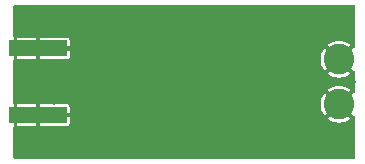
<source format=gbl>
%TF.GenerationSoftware,KiCad,Pcbnew,7.0.1*%
%TF.CreationDate,2023-07-17T06:27:02-07:00*%
%TF.ProjectId,Antenna_Impedance_Match,416e7465-6e6e-4615-9f49-6d706564616e,rev?*%
%TF.SameCoordinates,Original*%
%TF.FileFunction,Copper,L2,Bot*%
%TF.FilePolarity,Positive*%
%FSLAX46Y46*%
G04 Gerber Fmt 4.6, Leading zero omitted, Abs format (unit mm)*
G04 Created by KiCad (PCBNEW 7.0.1) date 2023-07-17 06:27:02*
%MOMM*%
%LPD*%
G01*
G04 APERTURE LIST*
%TA.AperFunction,SMDPad,CuDef*%
%ADD10R,4.900000X1.350000*%
%TD*%
%TA.AperFunction,ComponentPad*%
%ADD11C,2.600000*%
%TD*%
%TA.AperFunction,ViaPad*%
%ADD12C,0.800000*%
%TD*%
%TA.AperFunction,Conductor*%
%ADD13C,0.250000*%
%TD*%
G04 APERTURE END LIST*
D10*
%TO.P,J1,2,Ext*%
%TO.N,GND*%
X127592500Y-77175000D03*
X127592500Y-82825000D03*
%TD*%
D11*
%TO.P,TP2,1,1*%
%TO.N,GND*%
X153100000Y-81905000D03*
X153100000Y-78095000D03*
%TD*%
D12*
%TO.N,GND*%
X149400000Y-78300000D03*
X125950000Y-75800000D03*
X127600000Y-81550000D03*
X147900000Y-78300000D03*
X137900000Y-77400000D03*
X139600000Y-82600000D03*
X150500000Y-81000000D03*
X144900000Y-78700000D03*
X130366666Y-81550000D03*
X134700000Y-77600000D03*
X130625000Y-78450000D03*
X127600000Y-75850000D03*
X143100000Y-81900000D03*
X146400000Y-78500000D03*
X143400000Y-78700000D03*
X127600000Y-84150000D03*
X145900000Y-81900000D03*
X130700000Y-77150000D03*
X136200000Y-77000000D03*
X134700000Y-81900000D03*
X141400000Y-83000000D03*
X137900000Y-82600000D03*
X133650000Y-78450000D03*
X139600000Y-77400000D03*
X141200000Y-77000000D03*
X126050000Y-84200000D03*
X149200000Y-81600000D03*
X151600000Y-76600000D03*
X131750000Y-81550000D03*
X133300000Y-83000000D03*
X151800000Y-80000000D03*
X130700000Y-82800000D03*
X127600000Y-78450000D03*
X129112500Y-78450000D03*
X147500000Y-81600000D03*
X151600000Y-83400000D03*
X150600000Y-79200000D03*
X154100000Y-80000000D03*
X132137500Y-78450000D03*
X128983333Y-81550000D03*
X142700000Y-77400000D03*
X144500000Y-83000000D03*
X136300000Y-83000000D03*
%TD*%
D13*
%TO.N,GND*%
X125650000Y-81600000D02*
X125650000Y-82500000D01*
X125650000Y-77600000D02*
X125650000Y-78500000D01*
X125650000Y-75900000D02*
X125650000Y-76800000D01*
X125650000Y-83150000D02*
X125650000Y-84050000D01*
%TD*%
%TA.AperFunction,Conductor*%
%TO.N,GND*%
G36*
X154438000Y-73516613D02*
G01*
X154483387Y-73562000D01*
X154500000Y-73624000D01*
X154500000Y-77011429D01*
X154485587Y-77069452D01*
X154445700Y-77113986D01*
X154389609Y-77134680D01*
X154362143Y-77130991D01*
X154313408Y-77129076D01*
X153347487Y-78095000D01*
X153347487Y-78095001D01*
X154313408Y-79060922D01*
X154362131Y-79059008D01*
X154389611Y-79055318D01*
X154445700Y-79076012D01*
X154485588Y-79120547D01*
X154500000Y-79178569D01*
X154500000Y-80821429D01*
X154485587Y-80879452D01*
X154445700Y-80923986D01*
X154389609Y-80944680D01*
X154362143Y-80940991D01*
X154313408Y-80939076D01*
X153347487Y-81905000D01*
X153347487Y-81905001D01*
X154313408Y-82870922D01*
X154362131Y-82869008D01*
X154389611Y-82865318D01*
X154445700Y-82886012D01*
X154485588Y-82930547D01*
X154500000Y-82988569D01*
X154500000Y-86376000D01*
X154483387Y-86438000D01*
X154438000Y-86483387D01*
X154376000Y-86500000D01*
X125624000Y-86500000D01*
X125562000Y-86483387D01*
X125516613Y-86438000D01*
X125500000Y-86376000D01*
X125500000Y-83874000D01*
X125516613Y-83812000D01*
X125562000Y-83766613D01*
X125624000Y-83750000D01*
X127417500Y-83750000D01*
X127417500Y-83000000D01*
X127767500Y-83000000D01*
X127767500Y-83750000D01*
X130067125Y-83750000D01*
X130140043Y-83735495D01*
X130222739Y-83680239D01*
X130277995Y-83597543D01*
X130292500Y-83524625D01*
X130292500Y-83118408D01*
X152134076Y-83118408D01*
X152186117Y-83162854D01*
X152394137Y-83290329D01*
X152619542Y-83383696D01*
X152856775Y-83440650D01*
X153099999Y-83459792D01*
X153343224Y-83440650D01*
X153580457Y-83383696D01*
X153805862Y-83290329D01*
X154013882Y-83162854D01*
X154065922Y-83118408D01*
X153100000Y-82152487D01*
X152134076Y-83118408D01*
X130292500Y-83118408D01*
X130292500Y-83000000D01*
X127767500Y-83000000D01*
X127417500Y-83000000D01*
X127417500Y-81900000D01*
X127767500Y-81900000D01*
X127767500Y-82650000D01*
X130292500Y-82650000D01*
X130292500Y-82125375D01*
X130277995Y-82052456D01*
X130222739Y-81969760D01*
X130140043Y-81914504D01*
X130092257Y-81904999D01*
X151545207Y-81904999D01*
X151564349Y-82148224D01*
X151621303Y-82385457D01*
X151714670Y-82610862D01*
X151842147Y-82818885D01*
X151886589Y-82870922D01*
X152852513Y-81905001D01*
X152852513Y-81905000D01*
X151886590Y-80939077D01*
X151886589Y-80939077D01*
X151842146Y-80991114D01*
X151714670Y-81199137D01*
X151621303Y-81424542D01*
X151564349Y-81661775D01*
X151545207Y-81904999D01*
X130092257Y-81904999D01*
X130067125Y-81900000D01*
X127767500Y-81900000D01*
X127417500Y-81900000D01*
X125624000Y-81900000D01*
X125562000Y-81883387D01*
X125516613Y-81838000D01*
X125500000Y-81776000D01*
X125500000Y-80691590D01*
X152134077Y-80691590D01*
X153100000Y-81657513D01*
X153100001Y-81657513D01*
X154065922Y-80691589D01*
X154013885Y-80647147D01*
X153805862Y-80519670D01*
X153580457Y-80426303D01*
X153343224Y-80369349D01*
X153099999Y-80350207D01*
X152856775Y-80369349D01*
X152619542Y-80426303D01*
X152394137Y-80519670D01*
X152186114Y-80647146D01*
X152134077Y-80691589D01*
X152134077Y-80691590D01*
X125500000Y-80691590D01*
X125500000Y-79308408D01*
X152134076Y-79308408D01*
X152186117Y-79352854D01*
X152394137Y-79480329D01*
X152619542Y-79573696D01*
X152856775Y-79630650D01*
X153100000Y-79649792D01*
X153343224Y-79630650D01*
X153580457Y-79573696D01*
X153805862Y-79480329D01*
X154013882Y-79352854D01*
X154065922Y-79308408D01*
X153100000Y-78342487D01*
X152134076Y-79308408D01*
X125500000Y-79308408D01*
X125500000Y-78224000D01*
X125516613Y-78162000D01*
X125562000Y-78116613D01*
X125624000Y-78100000D01*
X127417500Y-78100000D01*
X127417500Y-77350000D01*
X127767500Y-77350000D01*
X127767500Y-78100000D01*
X130067125Y-78100000D01*
X130092260Y-78095000D01*
X151545207Y-78095000D01*
X151564349Y-78338224D01*
X151621303Y-78575457D01*
X151714670Y-78800862D01*
X151842147Y-79008885D01*
X151886589Y-79060922D01*
X152852513Y-78095001D01*
X152852513Y-78095000D01*
X151886590Y-77129077D01*
X151886589Y-77129077D01*
X151842146Y-77181114D01*
X151714670Y-77389137D01*
X151621303Y-77614542D01*
X151564349Y-77851775D01*
X151545207Y-78095000D01*
X130092260Y-78095000D01*
X130140043Y-78085495D01*
X130222739Y-78030239D01*
X130277995Y-77947543D01*
X130292500Y-77874625D01*
X130292500Y-77350000D01*
X127767500Y-77350000D01*
X127417500Y-77350000D01*
X127417500Y-76250000D01*
X127767500Y-76250000D01*
X127767500Y-77000000D01*
X130292500Y-77000000D01*
X130292500Y-76881590D01*
X152134077Y-76881590D01*
X153100000Y-77847513D01*
X153100001Y-77847513D01*
X154065922Y-76881589D01*
X154013885Y-76837147D01*
X153805862Y-76709670D01*
X153580457Y-76616303D01*
X153343224Y-76559349D01*
X153100000Y-76540207D01*
X152856775Y-76559349D01*
X152619542Y-76616303D01*
X152394137Y-76709670D01*
X152186114Y-76837146D01*
X152134077Y-76881589D01*
X152134077Y-76881590D01*
X130292500Y-76881590D01*
X130292500Y-76475375D01*
X130277995Y-76402456D01*
X130222739Y-76319760D01*
X130140043Y-76264504D01*
X130067125Y-76250000D01*
X127767500Y-76250000D01*
X127417500Y-76250000D01*
X125624000Y-76250000D01*
X125562000Y-76233387D01*
X125516613Y-76188000D01*
X125500000Y-76126000D01*
X125500000Y-73624000D01*
X125516613Y-73562000D01*
X125562000Y-73516613D01*
X125624000Y-73500000D01*
X154376000Y-73500000D01*
X154438000Y-73516613D01*
G37*
%TD.AperFunction*%
%TD*%
M02*

</source>
